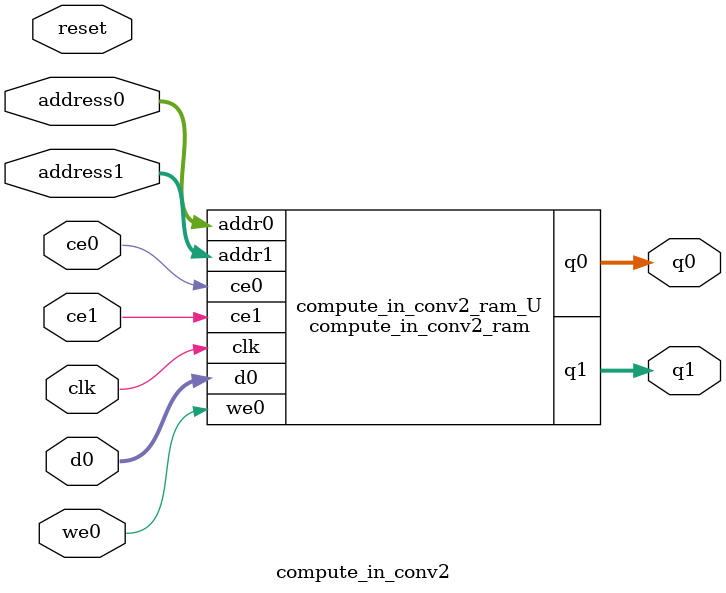
<source format=v>

`timescale 1 ns / 1 ps
module compute_in_conv2_ram (addr0, ce0, d0, we0, q0, addr1, ce1, q1,  clk);

parameter DWIDTH = 64;
parameter AWIDTH = 8;
parameter MEM_SIZE = 196;

input[AWIDTH-1:0] addr0;
input ce0;
input[DWIDTH-1:0] d0;
input we0;
output reg[DWIDTH-1:0] q0;
input[AWIDTH-1:0] addr1;
input ce1;
output reg[DWIDTH-1:0] q1;
input clk;

(* ram_style = "block" *)reg [DWIDTH-1:0] ram[0:MEM_SIZE-1];




always @(posedge clk)  
begin 
    if (ce0) 
    begin
        if (we0) 
        begin 
            ram[addr0] <= d0; 
            q0 <= d0;
        end 
        else 
            q0 <= ram[addr0];
    end
end


always @(posedge clk)  
begin 
    if (ce1) 
    begin
            q1 <= ram[addr1];
    end
end


endmodule


`timescale 1 ns / 1 ps
module compute_in_conv2(
    reset,
    clk,
    address0,
    ce0,
    we0,
    d0,
    q0,
    address1,
    ce1,
    q1);

parameter DataWidth = 32'd64;
parameter AddressRange = 32'd196;
parameter AddressWidth = 32'd8;
input reset;
input clk;
input[AddressWidth - 1:0] address0;
input ce0;
input we0;
input[DataWidth - 1:0] d0;
output[DataWidth - 1:0] q0;
input[AddressWidth - 1:0] address1;
input ce1;
output[DataWidth - 1:0] q1;



compute_in_conv2_ram compute_in_conv2_ram_U(
    .clk( clk ),
    .addr0( address0 ),
    .ce0( ce0 ),
    .d0( d0 ),
    .we0( we0 ),
    .q0( q0 ),
    .addr1( address1 ),
    .ce1( ce1 ),
    .q1( q1 ));

endmodule


</source>
